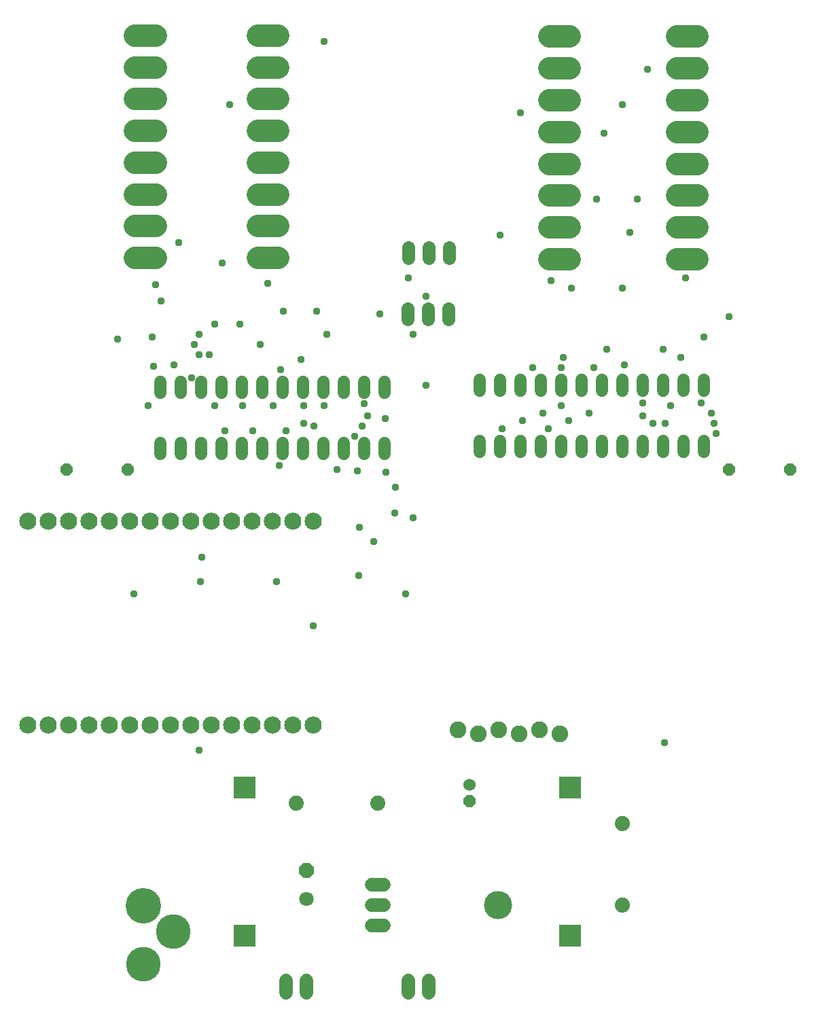
<source format=gbr>
G04 EAGLE Gerber RS-274X export*
G75*
%MOMM*%
%FSLAX34Y34*%
%LPD*%
%INSoldermask Bottom*%
%IPPOS*%
%AMOC8*
5,1,8,0,0,1.08239X$1,22.5*%
G01*
%ADD10P,1.951982X8X112.500000*%
%ADD11C,1.803400*%
%ADD12P,1.649562X8X292.500000*%
%ADD13C,1.524000*%
%ADD14C,1.879600*%
%ADD15C,1.524000*%
%ADD16C,4.419200*%
%ADD17C,4.318000*%
%ADD18C,1.727200*%
%ADD19C,1.625600*%
%ADD20P,1.649562X8X202.500000*%
%ADD21P,1.649562X8X22.500000*%
%ADD22C,3.505200*%
%ADD23C,2.133600*%
%ADD24C,2.753200*%
%ADD25R,2.743200X2.743200*%
%ADD26C,2.082800*%
%ADD27C,0.959600*%


D10*
X850900Y-1299845D03*
D11*
X850900Y-1335405D03*
D12*
X1054100Y-1213485D03*
D13*
X1054100Y-1193165D03*
D14*
X1244600Y-1343025D03*
X1244600Y-1241425D03*
X939800Y-1216025D03*
X838200Y-1216025D03*
D15*
X1346200Y-701929D02*
X1346200Y-688721D01*
X1320800Y-688721D02*
X1320800Y-701929D01*
X1295400Y-701929D02*
X1295400Y-688721D01*
X1270000Y-688721D02*
X1270000Y-701929D01*
X1244600Y-701929D02*
X1244600Y-688721D01*
X1219200Y-688721D02*
X1219200Y-701929D01*
X1193800Y-701929D02*
X1193800Y-688721D01*
X1168400Y-688721D02*
X1168400Y-701929D01*
X1143000Y-701929D02*
X1143000Y-688721D01*
X1117600Y-688721D02*
X1117600Y-701929D01*
X1092200Y-701929D02*
X1092200Y-688721D01*
X1066800Y-688721D02*
X1066800Y-701929D01*
X1066800Y-764921D02*
X1066800Y-778129D01*
X1092200Y-778129D02*
X1092200Y-764921D01*
X1117600Y-764921D02*
X1117600Y-778129D01*
X1143000Y-778129D02*
X1143000Y-764921D01*
X1168400Y-764921D02*
X1168400Y-778129D01*
X1193800Y-778129D02*
X1193800Y-764921D01*
X1219200Y-764921D02*
X1219200Y-778129D01*
X1244600Y-778129D02*
X1244600Y-764921D01*
X1270000Y-764921D02*
X1270000Y-778129D01*
X1295400Y-778129D02*
X1295400Y-764921D01*
X1320800Y-764921D02*
X1320800Y-778129D01*
X1346200Y-778129D02*
X1346200Y-764921D01*
X948500Y-704529D02*
X948500Y-691321D01*
X923100Y-691321D02*
X923100Y-704529D01*
X897700Y-704529D02*
X897700Y-691321D01*
X872300Y-691321D02*
X872300Y-704529D01*
X846900Y-704529D02*
X846900Y-691321D01*
X821500Y-691321D02*
X821500Y-704529D01*
X796100Y-704529D02*
X796100Y-691321D01*
X770700Y-691321D02*
X770700Y-704529D01*
X745300Y-704529D02*
X745300Y-691321D01*
X719900Y-691321D02*
X719900Y-704529D01*
X694500Y-704529D02*
X694500Y-691321D01*
X669100Y-691321D02*
X669100Y-704529D01*
X669100Y-767521D02*
X669100Y-780729D01*
X694500Y-780729D02*
X694500Y-767521D01*
X719900Y-767521D02*
X719900Y-780729D01*
X745300Y-780729D02*
X745300Y-767521D01*
X770700Y-767521D02*
X770700Y-780729D01*
X796100Y-780729D02*
X796100Y-767521D01*
X821500Y-767521D02*
X821500Y-780729D01*
X846900Y-780729D02*
X846900Y-767521D01*
X872300Y-767521D02*
X872300Y-780729D01*
X897700Y-780729D02*
X897700Y-767521D01*
X923100Y-767521D02*
X923100Y-780729D01*
X948500Y-780729D02*
X948500Y-767521D01*
D16*
X647700Y-1343947D03*
D17*
X647954Y-1417155D03*
X685316Y-1375725D03*
D18*
X850900Y-1437005D02*
X850900Y-1452245D01*
X825500Y-1452245D02*
X825500Y-1437005D01*
X1003300Y-1437005D02*
X1003300Y-1452245D01*
X977900Y-1452245D02*
X977900Y-1437005D01*
D19*
X1028600Y-613537D02*
X1028600Y-599313D01*
X1003200Y-599313D02*
X1003200Y-613537D01*
X977800Y-613537D02*
X977800Y-599313D01*
X1028700Y-537337D02*
X1028700Y-523113D01*
X1003300Y-523113D02*
X1003300Y-537337D01*
X977900Y-537337D02*
X977900Y-523113D01*
D20*
X1454150Y-800100D03*
X1377950Y-800100D03*
D21*
X552450Y-800100D03*
X628650Y-800100D03*
D18*
X932180Y-1368425D02*
X947420Y-1368425D01*
X947420Y-1343025D02*
X932180Y-1343025D01*
X932180Y-1317625D02*
X947420Y-1317625D01*
D22*
X1089660Y-1343025D03*
D23*
X859890Y-864725D03*
X834490Y-864725D03*
X809090Y-864725D03*
X783690Y-864725D03*
X758290Y-864725D03*
X732890Y-864725D03*
X707490Y-864725D03*
X682090Y-864725D03*
X656690Y-864725D03*
X631290Y-864725D03*
X605890Y-864725D03*
X580490Y-864725D03*
X555090Y-864725D03*
X529690Y-864725D03*
X504290Y-864725D03*
X859890Y-1118775D03*
X834490Y-1118775D03*
X809090Y-1118775D03*
X783690Y-1118775D03*
X758290Y-1118775D03*
X732890Y-1118775D03*
X707490Y-1118775D03*
X682090Y-1118775D03*
X656690Y-1118775D03*
X631290Y-1118775D03*
X605890Y-1118775D03*
X580490Y-1118775D03*
X555090Y-1118775D03*
X529690Y-1118775D03*
X504290Y-1118775D03*
D24*
X1153500Y-537775D02*
X1179000Y-537775D01*
X1179000Y-498175D02*
X1153500Y-498175D01*
X1153500Y-458575D02*
X1179000Y-458575D01*
X1179000Y-418975D02*
X1153500Y-418975D01*
X1153500Y-379375D02*
X1179000Y-379375D01*
X1179000Y-339775D02*
X1153500Y-339775D01*
X1153500Y-300175D02*
X1179000Y-300175D01*
X1179000Y-260575D02*
X1153500Y-260575D01*
X662950Y-536375D02*
X637450Y-536375D01*
X637450Y-496775D02*
X662950Y-496775D01*
X662950Y-457175D02*
X637450Y-457175D01*
X637450Y-417575D02*
X662950Y-417575D01*
X662950Y-377975D02*
X637450Y-377975D01*
X637450Y-338375D02*
X662950Y-338375D01*
X662950Y-298775D02*
X637450Y-298775D01*
X637450Y-259175D02*
X662950Y-259175D01*
X1312700Y-537775D02*
X1338200Y-537775D01*
X1338200Y-498175D02*
X1312700Y-498175D01*
X1312700Y-458575D02*
X1338200Y-458575D01*
X1338200Y-418975D02*
X1312700Y-418975D01*
X1312700Y-379375D02*
X1338200Y-379375D01*
X1338200Y-339775D02*
X1312700Y-339775D01*
X1312700Y-300175D02*
X1338200Y-300175D01*
X1338200Y-260575D02*
X1312700Y-260575D01*
X815650Y-536375D02*
X790150Y-536375D01*
X790150Y-496775D02*
X815650Y-496775D01*
X815650Y-457175D02*
X790150Y-457175D01*
X790150Y-417575D02*
X815650Y-417575D01*
X815650Y-377975D02*
X790150Y-377975D01*
X790150Y-338375D02*
X815650Y-338375D01*
X815650Y-298775D02*
X790150Y-298775D01*
X790150Y-259175D02*
X815650Y-259175D01*
D25*
X1179500Y-1381125D03*
X774600Y-1381125D03*
X774600Y-1196625D03*
X1179700Y-1196625D03*
D26*
X1167000Y-1129540D03*
X1141600Y-1124460D03*
X1116200Y-1129540D03*
X1090800Y-1124460D03*
X1065400Y-1129540D03*
X1040000Y-1124460D03*
D27*
X942975Y-606425D03*
X1346200Y-635000D03*
X984250Y-631825D03*
X962025Y-822325D03*
X961415Y-854812D03*
X977900Y-561975D03*
X935126Y-890219D03*
X984250Y-860425D03*
X736600Y-720725D03*
X825500Y-752475D03*
X817563Y-795338D03*
X847725Y-720725D03*
X873125Y-720725D03*
X950544Y-803631D03*
X803275Y-568325D03*
X663575Y-569913D03*
X658813Y-635000D03*
X708025Y-685800D03*
X660400Y-671513D03*
X927100Y-733425D03*
X911225Y-758825D03*
X847725Y-742950D03*
X949325Y-736600D03*
X1168400Y-720725D03*
X1304925Y-720725D03*
X1270000Y-717550D03*
X1362075Y-755650D03*
X1343025Y-717550D03*
X915010Y-802234D03*
X720725Y-909638D03*
X719138Y-939800D03*
X814388Y-939800D03*
X636588Y-955675D03*
X974725Y-955675D03*
X889000Y-800100D03*
X859890Y-995199D03*
X1377950Y-609600D03*
X1000125Y-695325D03*
X1317625Y-660400D03*
X1171575Y-660400D03*
X1092200Y-508000D03*
X1212850Y-463550D03*
X1222375Y-381000D03*
X1225550Y-650875D03*
X1295400Y-650875D03*
X1117600Y-355600D03*
X1168400Y-673100D03*
X1133475Y-673100D03*
X1095375Y-749300D03*
X1152525Y-749300D03*
X1155700Y-565150D03*
X1323975Y-561975D03*
X1146175Y-730250D03*
X1254125Y-504825D03*
X1247775Y-669925D03*
X1209675Y-673100D03*
X1203325Y-730250D03*
X1263650Y-463550D03*
X1270000Y-733425D03*
X1355725Y-730250D03*
X1120775Y-739775D03*
X1177925Y-739775D03*
X1181100Y-574675D03*
X1244600Y-574675D03*
X1244600Y-346075D03*
X1276350Y-301625D03*
X1282700Y-742950D03*
X1358900Y-742950D03*
X1298575Y-742950D03*
X923100Y-718375D03*
X654050Y-720725D03*
X692150Y-517525D03*
X819150Y-676275D03*
X685800Y-669925D03*
X793750Y-644525D03*
X711200Y-644525D03*
X717550Y-631825D03*
X876300Y-631825D03*
X717550Y-657225D03*
X615950Y-638175D03*
X730250Y-657225D03*
X844550Y-663575D03*
X768350Y-619125D03*
X736600Y-619125D03*
X746125Y-542925D03*
X784225Y-752475D03*
X749300Y-752475D03*
X860425Y-746125D03*
X920750Y-746125D03*
X755650Y-346075D03*
X771525Y-720725D03*
X809625Y-720725D03*
X822325Y-603250D03*
X863600Y-603250D03*
X669925Y-590550D03*
X1000125Y-584200D03*
X717550Y-1150239D03*
X1297432Y-1140485D03*
X873125Y-266700D03*
X917448Y-872338D03*
X916838Y-932078D03*
M02*

</source>
